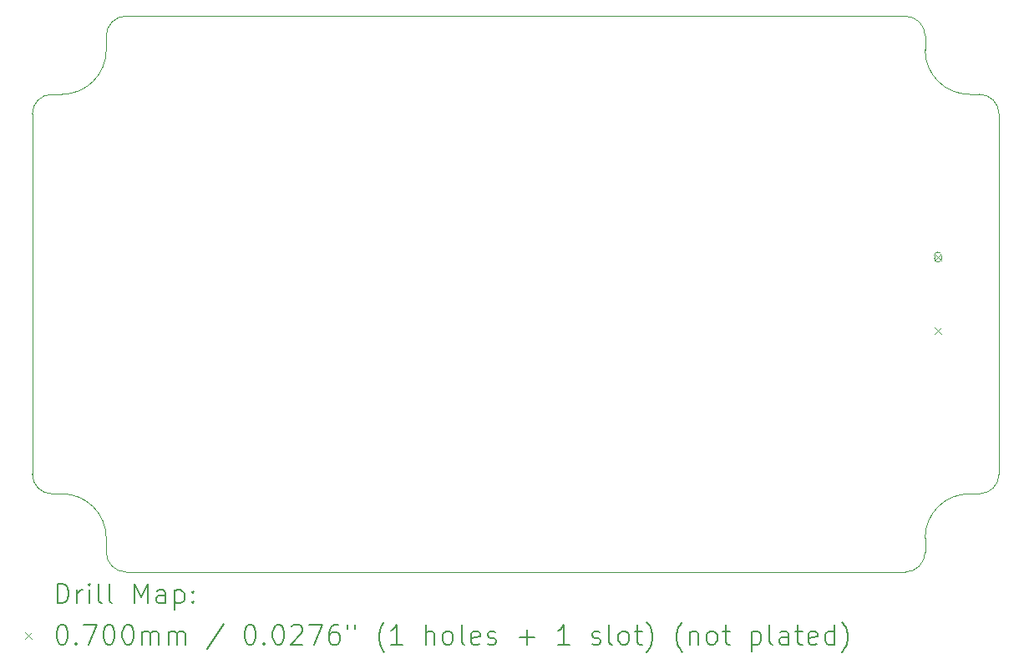
<source format=gbr>
%TF.GenerationSoftware,KiCad,Pcbnew,8.0.4*%
%TF.CreationDate,2024-11-11T15:06:16+01:00*%
%TF.ProjectId,100008_hw-vern-aqm,31303030-3038-45f6-9877-2d7665726e2d,1.1*%
%TF.SameCoordinates,Original*%
%TF.FileFunction,Drillmap*%
%TF.FilePolarity,Positive*%
%FSLAX45Y45*%
G04 Gerber Fmt 4.5, Leading zero omitted, Abs format (unit mm)*
G04 Created by KiCad (PCBNEW 8.0.4) date 2024-11-11 15:06:16*
%MOMM*%
%LPD*%
G01*
G04 APERTURE LIST*
%ADD10C,0.100000*%
%ADD11C,0.200000*%
G04 APERTURE END LIST*
D10*
X10300000Y-30792000D02*
X10200000Y-30792000D01*
X10300000Y-34842000D02*
X10200000Y-34842000D01*
X19500000Y-30792000D02*
G75*
G02*
X19050000Y-30342000I0J450000D01*
G01*
X19800000Y-34642000D02*
G75*
G02*
X19600000Y-34842000I-200000J0D01*
G01*
X10750000Y-30342000D02*
G75*
G02*
X10300000Y-30792000I-450000J0D01*
G01*
X10950000Y-35634000D02*
X18850000Y-35634000D01*
X10200000Y-34842000D02*
G75*
G02*
X10000000Y-34642000I0J200000D01*
G01*
X18850000Y-30000000D02*
G75*
G02*
X19050000Y-30200000I0J-200000D01*
G01*
X10750000Y-30342000D02*
X10750000Y-30200000D01*
X18850000Y-30000000D02*
X10950000Y-30000000D01*
X19500000Y-30792000D02*
X19600000Y-30792000D01*
X10750000Y-30200000D02*
G75*
G02*
X10950000Y-30000000I200000J0D01*
G01*
X10000000Y-30992000D02*
G75*
G02*
X10200000Y-30792000I200000J0D01*
G01*
X19500000Y-34842000D02*
X19600000Y-34842000D01*
X10950000Y-35634000D02*
G75*
G02*
X10750000Y-35434000I0J200000D01*
G01*
X19050000Y-35434000D02*
G75*
G02*
X18850000Y-35634000I-200000J0D01*
G01*
X10000000Y-30992000D02*
X10000000Y-34642000D01*
X10750000Y-35292000D02*
X10750000Y-35434000D01*
X19050000Y-35292000D02*
G75*
G02*
X19500000Y-34842000I450000J0D01*
G01*
X19050000Y-30342000D02*
X19050000Y-30200000D01*
X19600000Y-30792000D02*
G75*
G02*
X19800000Y-30992000I0J-200000D01*
G01*
X10300000Y-34842000D02*
G75*
G02*
X10750000Y-35292000I0J-450000D01*
G01*
X19800000Y-34642000D02*
X19800000Y-30992000D01*
X19050000Y-35292000D02*
X19050000Y-35434000D01*
D11*
D10*
X19145000Y-32407000D02*
X19215000Y-32477000D01*
X19215000Y-32407000D02*
X19145000Y-32477000D01*
X19215000Y-32457000D02*
X19215000Y-32427000D01*
X19145000Y-32427000D02*
G75*
G02*
X19215000Y-32427000I35000J0D01*
G01*
X19145000Y-32427000D02*
X19145000Y-32457000D01*
X19145000Y-32457000D02*
G75*
G03*
X19215000Y-32457000I35000J0D01*
G01*
X19145000Y-33157000D02*
X19215000Y-33227000D01*
X19215000Y-33157000D02*
X19145000Y-33227000D01*
D11*
X10255777Y-35950484D02*
X10255777Y-35750484D01*
X10255777Y-35750484D02*
X10303396Y-35750484D01*
X10303396Y-35750484D02*
X10331967Y-35760008D01*
X10331967Y-35760008D02*
X10351015Y-35779055D01*
X10351015Y-35779055D02*
X10360539Y-35798103D01*
X10360539Y-35798103D02*
X10370063Y-35836198D01*
X10370063Y-35836198D02*
X10370063Y-35864770D01*
X10370063Y-35864770D02*
X10360539Y-35902865D01*
X10360539Y-35902865D02*
X10351015Y-35921912D01*
X10351015Y-35921912D02*
X10331967Y-35940960D01*
X10331967Y-35940960D02*
X10303396Y-35950484D01*
X10303396Y-35950484D02*
X10255777Y-35950484D01*
X10455777Y-35950484D02*
X10455777Y-35817150D01*
X10455777Y-35855246D02*
X10465301Y-35836198D01*
X10465301Y-35836198D02*
X10474824Y-35826674D01*
X10474824Y-35826674D02*
X10493872Y-35817150D01*
X10493872Y-35817150D02*
X10512920Y-35817150D01*
X10579586Y-35950484D02*
X10579586Y-35817150D01*
X10579586Y-35750484D02*
X10570063Y-35760008D01*
X10570063Y-35760008D02*
X10579586Y-35769531D01*
X10579586Y-35769531D02*
X10589110Y-35760008D01*
X10589110Y-35760008D02*
X10579586Y-35750484D01*
X10579586Y-35750484D02*
X10579586Y-35769531D01*
X10703396Y-35950484D02*
X10684348Y-35940960D01*
X10684348Y-35940960D02*
X10674824Y-35921912D01*
X10674824Y-35921912D02*
X10674824Y-35750484D01*
X10808158Y-35950484D02*
X10789110Y-35940960D01*
X10789110Y-35940960D02*
X10779586Y-35921912D01*
X10779586Y-35921912D02*
X10779586Y-35750484D01*
X11036729Y-35950484D02*
X11036729Y-35750484D01*
X11036729Y-35750484D02*
X11103396Y-35893341D01*
X11103396Y-35893341D02*
X11170063Y-35750484D01*
X11170063Y-35750484D02*
X11170063Y-35950484D01*
X11351015Y-35950484D02*
X11351015Y-35845722D01*
X11351015Y-35845722D02*
X11341491Y-35826674D01*
X11341491Y-35826674D02*
X11322443Y-35817150D01*
X11322443Y-35817150D02*
X11284348Y-35817150D01*
X11284348Y-35817150D02*
X11265301Y-35826674D01*
X11351015Y-35940960D02*
X11331967Y-35950484D01*
X11331967Y-35950484D02*
X11284348Y-35950484D01*
X11284348Y-35950484D02*
X11265301Y-35940960D01*
X11265301Y-35940960D02*
X11255777Y-35921912D01*
X11255777Y-35921912D02*
X11255777Y-35902865D01*
X11255777Y-35902865D02*
X11265301Y-35883817D01*
X11265301Y-35883817D02*
X11284348Y-35874293D01*
X11284348Y-35874293D02*
X11331967Y-35874293D01*
X11331967Y-35874293D02*
X11351015Y-35864770D01*
X11446253Y-35817150D02*
X11446253Y-36017150D01*
X11446253Y-35826674D02*
X11465301Y-35817150D01*
X11465301Y-35817150D02*
X11503396Y-35817150D01*
X11503396Y-35817150D02*
X11522443Y-35826674D01*
X11522443Y-35826674D02*
X11531967Y-35836198D01*
X11531967Y-35836198D02*
X11541491Y-35855246D01*
X11541491Y-35855246D02*
X11541491Y-35912389D01*
X11541491Y-35912389D02*
X11531967Y-35931436D01*
X11531967Y-35931436D02*
X11522443Y-35940960D01*
X11522443Y-35940960D02*
X11503396Y-35950484D01*
X11503396Y-35950484D02*
X11465301Y-35950484D01*
X11465301Y-35950484D02*
X11446253Y-35940960D01*
X11627205Y-35931436D02*
X11636729Y-35940960D01*
X11636729Y-35940960D02*
X11627205Y-35950484D01*
X11627205Y-35950484D02*
X11617682Y-35940960D01*
X11617682Y-35940960D02*
X11627205Y-35931436D01*
X11627205Y-35931436D02*
X11627205Y-35950484D01*
X11627205Y-35826674D02*
X11636729Y-35836198D01*
X11636729Y-35836198D02*
X11627205Y-35845722D01*
X11627205Y-35845722D02*
X11617682Y-35836198D01*
X11617682Y-35836198D02*
X11627205Y-35826674D01*
X11627205Y-35826674D02*
X11627205Y-35845722D01*
D10*
X9925000Y-36244000D02*
X9995000Y-36314000D01*
X9995000Y-36244000D02*
X9925000Y-36314000D01*
D11*
X10293872Y-36170484D02*
X10312920Y-36170484D01*
X10312920Y-36170484D02*
X10331967Y-36180008D01*
X10331967Y-36180008D02*
X10341491Y-36189531D01*
X10341491Y-36189531D02*
X10351015Y-36208579D01*
X10351015Y-36208579D02*
X10360539Y-36246674D01*
X10360539Y-36246674D02*
X10360539Y-36294293D01*
X10360539Y-36294293D02*
X10351015Y-36332389D01*
X10351015Y-36332389D02*
X10341491Y-36351436D01*
X10341491Y-36351436D02*
X10331967Y-36360960D01*
X10331967Y-36360960D02*
X10312920Y-36370484D01*
X10312920Y-36370484D02*
X10293872Y-36370484D01*
X10293872Y-36370484D02*
X10274824Y-36360960D01*
X10274824Y-36360960D02*
X10265301Y-36351436D01*
X10265301Y-36351436D02*
X10255777Y-36332389D01*
X10255777Y-36332389D02*
X10246253Y-36294293D01*
X10246253Y-36294293D02*
X10246253Y-36246674D01*
X10246253Y-36246674D02*
X10255777Y-36208579D01*
X10255777Y-36208579D02*
X10265301Y-36189531D01*
X10265301Y-36189531D02*
X10274824Y-36180008D01*
X10274824Y-36180008D02*
X10293872Y-36170484D01*
X10446253Y-36351436D02*
X10455777Y-36360960D01*
X10455777Y-36360960D02*
X10446253Y-36370484D01*
X10446253Y-36370484D02*
X10436729Y-36360960D01*
X10436729Y-36360960D02*
X10446253Y-36351436D01*
X10446253Y-36351436D02*
X10446253Y-36370484D01*
X10522444Y-36170484D02*
X10655777Y-36170484D01*
X10655777Y-36170484D02*
X10570063Y-36370484D01*
X10770063Y-36170484D02*
X10789110Y-36170484D01*
X10789110Y-36170484D02*
X10808158Y-36180008D01*
X10808158Y-36180008D02*
X10817682Y-36189531D01*
X10817682Y-36189531D02*
X10827205Y-36208579D01*
X10827205Y-36208579D02*
X10836729Y-36246674D01*
X10836729Y-36246674D02*
X10836729Y-36294293D01*
X10836729Y-36294293D02*
X10827205Y-36332389D01*
X10827205Y-36332389D02*
X10817682Y-36351436D01*
X10817682Y-36351436D02*
X10808158Y-36360960D01*
X10808158Y-36360960D02*
X10789110Y-36370484D01*
X10789110Y-36370484D02*
X10770063Y-36370484D01*
X10770063Y-36370484D02*
X10751015Y-36360960D01*
X10751015Y-36360960D02*
X10741491Y-36351436D01*
X10741491Y-36351436D02*
X10731967Y-36332389D01*
X10731967Y-36332389D02*
X10722444Y-36294293D01*
X10722444Y-36294293D02*
X10722444Y-36246674D01*
X10722444Y-36246674D02*
X10731967Y-36208579D01*
X10731967Y-36208579D02*
X10741491Y-36189531D01*
X10741491Y-36189531D02*
X10751015Y-36180008D01*
X10751015Y-36180008D02*
X10770063Y-36170484D01*
X10960539Y-36170484D02*
X10979586Y-36170484D01*
X10979586Y-36170484D02*
X10998634Y-36180008D01*
X10998634Y-36180008D02*
X11008158Y-36189531D01*
X11008158Y-36189531D02*
X11017682Y-36208579D01*
X11017682Y-36208579D02*
X11027205Y-36246674D01*
X11027205Y-36246674D02*
X11027205Y-36294293D01*
X11027205Y-36294293D02*
X11017682Y-36332389D01*
X11017682Y-36332389D02*
X11008158Y-36351436D01*
X11008158Y-36351436D02*
X10998634Y-36360960D01*
X10998634Y-36360960D02*
X10979586Y-36370484D01*
X10979586Y-36370484D02*
X10960539Y-36370484D01*
X10960539Y-36370484D02*
X10941491Y-36360960D01*
X10941491Y-36360960D02*
X10931967Y-36351436D01*
X10931967Y-36351436D02*
X10922444Y-36332389D01*
X10922444Y-36332389D02*
X10912920Y-36294293D01*
X10912920Y-36294293D02*
X10912920Y-36246674D01*
X10912920Y-36246674D02*
X10922444Y-36208579D01*
X10922444Y-36208579D02*
X10931967Y-36189531D01*
X10931967Y-36189531D02*
X10941491Y-36180008D01*
X10941491Y-36180008D02*
X10960539Y-36170484D01*
X11112920Y-36370484D02*
X11112920Y-36237150D01*
X11112920Y-36256198D02*
X11122444Y-36246674D01*
X11122444Y-36246674D02*
X11141491Y-36237150D01*
X11141491Y-36237150D02*
X11170063Y-36237150D01*
X11170063Y-36237150D02*
X11189110Y-36246674D01*
X11189110Y-36246674D02*
X11198634Y-36265722D01*
X11198634Y-36265722D02*
X11198634Y-36370484D01*
X11198634Y-36265722D02*
X11208158Y-36246674D01*
X11208158Y-36246674D02*
X11227205Y-36237150D01*
X11227205Y-36237150D02*
X11255777Y-36237150D01*
X11255777Y-36237150D02*
X11274824Y-36246674D01*
X11274824Y-36246674D02*
X11284348Y-36265722D01*
X11284348Y-36265722D02*
X11284348Y-36370484D01*
X11379586Y-36370484D02*
X11379586Y-36237150D01*
X11379586Y-36256198D02*
X11389110Y-36246674D01*
X11389110Y-36246674D02*
X11408158Y-36237150D01*
X11408158Y-36237150D02*
X11436729Y-36237150D01*
X11436729Y-36237150D02*
X11455777Y-36246674D01*
X11455777Y-36246674D02*
X11465301Y-36265722D01*
X11465301Y-36265722D02*
X11465301Y-36370484D01*
X11465301Y-36265722D02*
X11474824Y-36246674D01*
X11474824Y-36246674D02*
X11493872Y-36237150D01*
X11493872Y-36237150D02*
X11522443Y-36237150D01*
X11522443Y-36237150D02*
X11541491Y-36246674D01*
X11541491Y-36246674D02*
X11551015Y-36265722D01*
X11551015Y-36265722D02*
X11551015Y-36370484D01*
X11941491Y-36160960D02*
X11770063Y-36418103D01*
X12198634Y-36170484D02*
X12217682Y-36170484D01*
X12217682Y-36170484D02*
X12236729Y-36180008D01*
X12236729Y-36180008D02*
X12246253Y-36189531D01*
X12246253Y-36189531D02*
X12255777Y-36208579D01*
X12255777Y-36208579D02*
X12265301Y-36246674D01*
X12265301Y-36246674D02*
X12265301Y-36294293D01*
X12265301Y-36294293D02*
X12255777Y-36332389D01*
X12255777Y-36332389D02*
X12246253Y-36351436D01*
X12246253Y-36351436D02*
X12236729Y-36360960D01*
X12236729Y-36360960D02*
X12217682Y-36370484D01*
X12217682Y-36370484D02*
X12198634Y-36370484D01*
X12198634Y-36370484D02*
X12179586Y-36360960D01*
X12179586Y-36360960D02*
X12170063Y-36351436D01*
X12170063Y-36351436D02*
X12160539Y-36332389D01*
X12160539Y-36332389D02*
X12151015Y-36294293D01*
X12151015Y-36294293D02*
X12151015Y-36246674D01*
X12151015Y-36246674D02*
X12160539Y-36208579D01*
X12160539Y-36208579D02*
X12170063Y-36189531D01*
X12170063Y-36189531D02*
X12179586Y-36180008D01*
X12179586Y-36180008D02*
X12198634Y-36170484D01*
X12351015Y-36351436D02*
X12360539Y-36360960D01*
X12360539Y-36360960D02*
X12351015Y-36370484D01*
X12351015Y-36370484D02*
X12341491Y-36360960D01*
X12341491Y-36360960D02*
X12351015Y-36351436D01*
X12351015Y-36351436D02*
X12351015Y-36370484D01*
X12484348Y-36170484D02*
X12503396Y-36170484D01*
X12503396Y-36170484D02*
X12522444Y-36180008D01*
X12522444Y-36180008D02*
X12531967Y-36189531D01*
X12531967Y-36189531D02*
X12541491Y-36208579D01*
X12541491Y-36208579D02*
X12551015Y-36246674D01*
X12551015Y-36246674D02*
X12551015Y-36294293D01*
X12551015Y-36294293D02*
X12541491Y-36332389D01*
X12541491Y-36332389D02*
X12531967Y-36351436D01*
X12531967Y-36351436D02*
X12522444Y-36360960D01*
X12522444Y-36360960D02*
X12503396Y-36370484D01*
X12503396Y-36370484D02*
X12484348Y-36370484D01*
X12484348Y-36370484D02*
X12465301Y-36360960D01*
X12465301Y-36360960D02*
X12455777Y-36351436D01*
X12455777Y-36351436D02*
X12446253Y-36332389D01*
X12446253Y-36332389D02*
X12436729Y-36294293D01*
X12436729Y-36294293D02*
X12436729Y-36246674D01*
X12436729Y-36246674D02*
X12446253Y-36208579D01*
X12446253Y-36208579D02*
X12455777Y-36189531D01*
X12455777Y-36189531D02*
X12465301Y-36180008D01*
X12465301Y-36180008D02*
X12484348Y-36170484D01*
X12627206Y-36189531D02*
X12636729Y-36180008D01*
X12636729Y-36180008D02*
X12655777Y-36170484D01*
X12655777Y-36170484D02*
X12703396Y-36170484D01*
X12703396Y-36170484D02*
X12722444Y-36180008D01*
X12722444Y-36180008D02*
X12731967Y-36189531D01*
X12731967Y-36189531D02*
X12741491Y-36208579D01*
X12741491Y-36208579D02*
X12741491Y-36227627D01*
X12741491Y-36227627D02*
X12731967Y-36256198D01*
X12731967Y-36256198D02*
X12617682Y-36370484D01*
X12617682Y-36370484D02*
X12741491Y-36370484D01*
X12808158Y-36170484D02*
X12941491Y-36170484D01*
X12941491Y-36170484D02*
X12855777Y-36370484D01*
X13103396Y-36170484D02*
X13065301Y-36170484D01*
X13065301Y-36170484D02*
X13046253Y-36180008D01*
X13046253Y-36180008D02*
X13036729Y-36189531D01*
X13036729Y-36189531D02*
X13017682Y-36218103D01*
X13017682Y-36218103D02*
X13008158Y-36256198D01*
X13008158Y-36256198D02*
X13008158Y-36332389D01*
X13008158Y-36332389D02*
X13017682Y-36351436D01*
X13017682Y-36351436D02*
X13027206Y-36360960D01*
X13027206Y-36360960D02*
X13046253Y-36370484D01*
X13046253Y-36370484D02*
X13084348Y-36370484D01*
X13084348Y-36370484D02*
X13103396Y-36360960D01*
X13103396Y-36360960D02*
X13112920Y-36351436D01*
X13112920Y-36351436D02*
X13122444Y-36332389D01*
X13122444Y-36332389D02*
X13122444Y-36284770D01*
X13122444Y-36284770D02*
X13112920Y-36265722D01*
X13112920Y-36265722D02*
X13103396Y-36256198D01*
X13103396Y-36256198D02*
X13084348Y-36246674D01*
X13084348Y-36246674D02*
X13046253Y-36246674D01*
X13046253Y-36246674D02*
X13027206Y-36256198D01*
X13027206Y-36256198D02*
X13017682Y-36265722D01*
X13017682Y-36265722D02*
X13008158Y-36284770D01*
X13198634Y-36170484D02*
X13198634Y-36208579D01*
X13274825Y-36170484D02*
X13274825Y-36208579D01*
X13570063Y-36446674D02*
X13560539Y-36437150D01*
X13560539Y-36437150D02*
X13541491Y-36408579D01*
X13541491Y-36408579D02*
X13531968Y-36389531D01*
X13531968Y-36389531D02*
X13522444Y-36360960D01*
X13522444Y-36360960D02*
X13512920Y-36313341D01*
X13512920Y-36313341D02*
X13512920Y-36275246D01*
X13512920Y-36275246D02*
X13522444Y-36227627D01*
X13522444Y-36227627D02*
X13531968Y-36199055D01*
X13531968Y-36199055D02*
X13541491Y-36180008D01*
X13541491Y-36180008D02*
X13560539Y-36151436D01*
X13560539Y-36151436D02*
X13570063Y-36141912D01*
X13751015Y-36370484D02*
X13636729Y-36370484D01*
X13693872Y-36370484D02*
X13693872Y-36170484D01*
X13693872Y-36170484D02*
X13674825Y-36199055D01*
X13674825Y-36199055D02*
X13655777Y-36218103D01*
X13655777Y-36218103D02*
X13636729Y-36227627D01*
X13989110Y-36370484D02*
X13989110Y-36170484D01*
X14074825Y-36370484D02*
X14074825Y-36265722D01*
X14074825Y-36265722D02*
X14065301Y-36246674D01*
X14065301Y-36246674D02*
X14046253Y-36237150D01*
X14046253Y-36237150D02*
X14017682Y-36237150D01*
X14017682Y-36237150D02*
X13998634Y-36246674D01*
X13998634Y-36246674D02*
X13989110Y-36256198D01*
X14198634Y-36370484D02*
X14179587Y-36360960D01*
X14179587Y-36360960D02*
X14170063Y-36351436D01*
X14170063Y-36351436D02*
X14160539Y-36332389D01*
X14160539Y-36332389D02*
X14160539Y-36275246D01*
X14160539Y-36275246D02*
X14170063Y-36256198D01*
X14170063Y-36256198D02*
X14179587Y-36246674D01*
X14179587Y-36246674D02*
X14198634Y-36237150D01*
X14198634Y-36237150D02*
X14227206Y-36237150D01*
X14227206Y-36237150D02*
X14246253Y-36246674D01*
X14246253Y-36246674D02*
X14255777Y-36256198D01*
X14255777Y-36256198D02*
X14265301Y-36275246D01*
X14265301Y-36275246D02*
X14265301Y-36332389D01*
X14265301Y-36332389D02*
X14255777Y-36351436D01*
X14255777Y-36351436D02*
X14246253Y-36360960D01*
X14246253Y-36360960D02*
X14227206Y-36370484D01*
X14227206Y-36370484D02*
X14198634Y-36370484D01*
X14379587Y-36370484D02*
X14360539Y-36360960D01*
X14360539Y-36360960D02*
X14351015Y-36341912D01*
X14351015Y-36341912D02*
X14351015Y-36170484D01*
X14531968Y-36360960D02*
X14512920Y-36370484D01*
X14512920Y-36370484D02*
X14474825Y-36370484D01*
X14474825Y-36370484D02*
X14455777Y-36360960D01*
X14455777Y-36360960D02*
X14446253Y-36341912D01*
X14446253Y-36341912D02*
X14446253Y-36265722D01*
X14446253Y-36265722D02*
X14455777Y-36246674D01*
X14455777Y-36246674D02*
X14474825Y-36237150D01*
X14474825Y-36237150D02*
X14512920Y-36237150D01*
X14512920Y-36237150D02*
X14531968Y-36246674D01*
X14531968Y-36246674D02*
X14541491Y-36265722D01*
X14541491Y-36265722D02*
X14541491Y-36284770D01*
X14541491Y-36284770D02*
X14446253Y-36303817D01*
X14617682Y-36360960D02*
X14636730Y-36370484D01*
X14636730Y-36370484D02*
X14674825Y-36370484D01*
X14674825Y-36370484D02*
X14693872Y-36360960D01*
X14693872Y-36360960D02*
X14703396Y-36341912D01*
X14703396Y-36341912D02*
X14703396Y-36332389D01*
X14703396Y-36332389D02*
X14693872Y-36313341D01*
X14693872Y-36313341D02*
X14674825Y-36303817D01*
X14674825Y-36303817D02*
X14646253Y-36303817D01*
X14646253Y-36303817D02*
X14627206Y-36294293D01*
X14627206Y-36294293D02*
X14617682Y-36275246D01*
X14617682Y-36275246D02*
X14617682Y-36265722D01*
X14617682Y-36265722D02*
X14627206Y-36246674D01*
X14627206Y-36246674D02*
X14646253Y-36237150D01*
X14646253Y-36237150D02*
X14674825Y-36237150D01*
X14674825Y-36237150D02*
X14693872Y-36246674D01*
X14941492Y-36294293D02*
X15093873Y-36294293D01*
X15017682Y-36370484D02*
X15017682Y-36218103D01*
X15446253Y-36370484D02*
X15331968Y-36370484D01*
X15389111Y-36370484D02*
X15389111Y-36170484D01*
X15389111Y-36170484D02*
X15370063Y-36199055D01*
X15370063Y-36199055D02*
X15351015Y-36218103D01*
X15351015Y-36218103D02*
X15331968Y-36227627D01*
X15674825Y-36360960D02*
X15693873Y-36370484D01*
X15693873Y-36370484D02*
X15731968Y-36370484D01*
X15731968Y-36370484D02*
X15751015Y-36360960D01*
X15751015Y-36360960D02*
X15760539Y-36341912D01*
X15760539Y-36341912D02*
X15760539Y-36332389D01*
X15760539Y-36332389D02*
X15751015Y-36313341D01*
X15751015Y-36313341D02*
X15731968Y-36303817D01*
X15731968Y-36303817D02*
X15703396Y-36303817D01*
X15703396Y-36303817D02*
X15684349Y-36294293D01*
X15684349Y-36294293D02*
X15674825Y-36275246D01*
X15674825Y-36275246D02*
X15674825Y-36265722D01*
X15674825Y-36265722D02*
X15684349Y-36246674D01*
X15684349Y-36246674D02*
X15703396Y-36237150D01*
X15703396Y-36237150D02*
X15731968Y-36237150D01*
X15731968Y-36237150D02*
X15751015Y-36246674D01*
X15874825Y-36370484D02*
X15855777Y-36360960D01*
X15855777Y-36360960D02*
X15846254Y-36341912D01*
X15846254Y-36341912D02*
X15846254Y-36170484D01*
X15979587Y-36370484D02*
X15960539Y-36360960D01*
X15960539Y-36360960D02*
X15951015Y-36351436D01*
X15951015Y-36351436D02*
X15941492Y-36332389D01*
X15941492Y-36332389D02*
X15941492Y-36275246D01*
X15941492Y-36275246D02*
X15951015Y-36256198D01*
X15951015Y-36256198D02*
X15960539Y-36246674D01*
X15960539Y-36246674D02*
X15979587Y-36237150D01*
X15979587Y-36237150D02*
X16008158Y-36237150D01*
X16008158Y-36237150D02*
X16027206Y-36246674D01*
X16027206Y-36246674D02*
X16036730Y-36256198D01*
X16036730Y-36256198D02*
X16046254Y-36275246D01*
X16046254Y-36275246D02*
X16046254Y-36332389D01*
X16046254Y-36332389D02*
X16036730Y-36351436D01*
X16036730Y-36351436D02*
X16027206Y-36360960D01*
X16027206Y-36360960D02*
X16008158Y-36370484D01*
X16008158Y-36370484D02*
X15979587Y-36370484D01*
X16103396Y-36237150D02*
X16179587Y-36237150D01*
X16131968Y-36170484D02*
X16131968Y-36341912D01*
X16131968Y-36341912D02*
X16141492Y-36360960D01*
X16141492Y-36360960D02*
X16160539Y-36370484D01*
X16160539Y-36370484D02*
X16179587Y-36370484D01*
X16227206Y-36446674D02*
X16236730Y-36437150D01*
X16236730Y-36437150D02*
X16255777Y-36408579D01*
X16255777Y-36408579D02*
X16265301Y-36389531D01*
X16265301Y-36389531D02*
X16274825Y-36360960D01*
X16274825Y-36360960D02*
X16284349Y-36313341D01*
X16284349Y-36313341D02*
X16284349Y-36275246D01*
X16284349Y-36275246D02*
X16274825Y-36227627D01*
X16274825Y-36227627D02*
X16265301Y-36199055D01*
X16265301Y-36199055D02*
X16255777Y-36180008D01*
X16255777Y-36180008D02*
X16236730Y-36151436D01*
X16236730Y-36151436D02*
X16227206Y-36141912D01*
X16589111Y-36446674D02*
X16579587Y-36437150D01*
X16579587Y-36437150D02*
X16560539Y-36408579D01*
X16560539Y-36408579D02*
X16551015Y-36389531D01*
X16551015Y-36389531D02*
X16541492Y-36360960D01*
X16541492Y-36360960D02*
X16531968Y-36313341D01*
X16531968Y-36313341D02*
X16531968Y-36275246D01*
X16531968Y-36275246D02*
X16541492Y-36227627D01*
X16541492Y-36227627D02*
X16551015Y-36199055D01*
X16551015Y-36199055D02*
X16560539Y-36180008D01*
X16560539Y-36180008D02*
X16579587Y-36151436D01*
X16579587Y-36151436D02*
X16589111Y-36141912D01*
X16665301Y-36237150D02*
X16665301Y-36370484D01*
X16665301Y-36256198D02*
X16674825Y-36246674D01*
X16674825Y-36246674D02*
X16693873Y-36237150D01*
X16693873Y-36237150D02*
X16722444Y-36237150D01*
X16722444Y-36237150D02*
X16741492Y-36246674D01*
X16741492Y-36246674D02*
X16751015Y-36265722D01*
X16751015Y-36265722D02*
X16751015Y-36370484D01*
X16874825Y-36370484D02*
X16855777Y-36360960D01*
X16855777Y-36360960D02*
X16846254Y-36351436D01*
X16846254Y-36351436D02*
X16836730Y-36332389D01*
X16836730Y-36332389D02*
X16836730Y-36275246D01*
X16836730Y-36275246D02*
X16846254Y-36256198D01*
X16846254Y-36256198D02*
X16855777Y-36246674D01*
X16855777Y-36246674D02*
X16874825Y-36237150D01*
X16874825Y-36237150D02*
X16903397Y-36237150D01*
X16903397Y-36237150D02*
X16922444Y-36246674D01*
X16922444Y-36246674D02*
X16931968Y-36256198D01*
X16931968Y-36256198D02*
X16941492Y-36275246D01*
X16941492Y-36275246D02*
X16941492Y-36332389D01*
X16941492Y-36332389D02*
X16931968Y-36351436D01*
X16931968Y-36351436D02*
X16922444Y-36360960D01*
X16922444Y-36360960D02*
X16903397Y-36370484D01*
X16903397Y-36370484D02*
X16874825Y-36370484D01*
X16998635Y-36237150D02*
X17074825Y-36237150D01*
X17027206Y-36170484D02*
X17027206Y-36341912D01*
X17027206Y-36341912D02*
X17036730Y-36360960D01*
X17036730Y-36360960D02*
X17055777Y-36370484D01*
X17055777Y-36370484D02*
X17074825Y-36370484D01*
X17293873Y-36237150D02*
X17293873Y-36437150D01*
X17293873Y-36246674D02*
X17312920Y-36237150D01*
X17312920Y-36237150D02*
X17351016Y-36237150D01*
X17351016Y-36237150D02*
X17370063Y-36246674D01*
X17370063Y-36246674D02*
X17379587Y-36256198D01*
X17379587Y-36256198D02*
X17389111Y-36275246D01*
X17389111Y-36275246D02*
X17389111Y-36332389D01*
X17389111Y-36332389D02*
X17379587Y-36351436D01*
X17379587Y-36351436D02*
X17370063Y-36360960D01*
X17370063Y-36360960D02*
X17351016Y-36370484D01*
X17351016Y-36370484D02*
X17312920Y-36370484D01*
X17312920Y-36370484D02*
X17293873Y-36360960D01*
X17503397Y-36370484D02*
X17484349Y-36360960D01*
X17484349Y-36360960D02*
X17474825Y-36341912D01*
X17474825Y-36341912D02*
X17474825Y-36170484D01*
X17665301Y-36370484D02*
X17665301Y-36265722D01*
X17665301Y-36265722D02*
X17655778Y-36246674D01*
X17655778Y-36246674D02*
X17636730Y-36237150D01*
X17636730Y-36237150D02*
X17598635Y-36237150D01*
X17598635Y-36237150D02*
X17579587Y-36246674D01*
X17665301Y-36360960D02*
X17646254Y-36370484D01*
X17646254Y-36370484D02*
X17598635Y-36370484D01*
X17598635Y-36370484D02*
X17579587Y-36360960D01*
X17579587Y-36360960D02*
X17570063Y-36341912D01*
X17570063Y-36341912D02*
X17570063Y-36322865D01*
X17570063Y-36322865D02*
X17579587Y-36303817D01*
X17579587Y-36303817D02*
X17598635Y-36294293D01*
X17598635Y-36294293D02*
X17646254Y-36294293D01*
X17646254Y-36294293D02*
X17665301Y-36284770D01*
X17731968Y-36237150D02*
X17808158Y-36237150D01*
X17760539Y-36170484D02*
X17760539Y-36341912D01*
X17760539Y-36341912D02*
X17770063Y-36360960D01*
X17770063Y-36360960D02*
X17789111Y-36370484D01*
X17789111Y-36370484D02*
X17808158Y-36370484D01*
X17951016Y-36360960D02*
X17931968Y-36370484D01*
X17931968Y-36370484D02*
X17893873Y-36370484D01*
X17893873Y-36370484D02*
X17874825Y-36360960D01*
X17874825Y-36360960D02*
X17865301Y-36341912D01*
X17865301Y-36341912D02*
X17865301Y-36265722D01*
X17865301Y-36265722D02*
X17874825Y-36246674D01*
X17874825Y-36246674D02*
X17893873Y-36237150D01*
X17893873Y-36237150D02*
X17931968Y-36237150D01*
X17931968Y-36237150D02*
X17951016Y-36246674D01*
X17951016Y-36246674D02*
X17960539Y-36265722D01*
X17960539Y-36265722D02*
X17960539Y-36284770D01*
X17960539Y-36284770D02*
X17865301Y-36303817D01*
X18131968Y-36370484D02*
X18131968Y-36170484D01*
X18131968Y-36360960D02*
X18112920Y-36370484D01*
X18112920Y-36370484D02*
X18074825Y-36370484D01*
X18074825Y-36370484D02*
X18055778Y-36360960D01*
X18055778Y-36360960D02*
X18046254Y-36351436D01*
X18046254Y-36351436D02*
X18036730Y-36332389D01*
X18036730Y-36332389D02*
X18036730Y-36275246D01*
X18036730Y-36275246D02*
X18046254Y-36256198D01*
X18046254Y-36256198D02*
X18055778Y-36246674D01*
X18055778Y-36246674D02*
X18074825Y-36237150D01*
X18074825Y-36237150D02*
X18112920Y-36237150D01*
X18112920Y-36237150D02*
X18131968Y-36246674D01*
X18208159Y-36446674D02*
X18217682Y-36437150D01*
X18217682Y-36437150D02*
X18236730Y-36408579D01*
X18236730Y-36408579D02*
X18246254Y-36389531D01*
X18246254Y-36389531D02*
X18255778Y-36360960D01*
X18255778Y-36360960D02*
X18265301Y-36313341D01*
X18265301Y-36313341D02*
X18265301Y-36275246D01*
X18265301Y-36275246D02*
X18255778Y-36227627D01*
X18255778Y-36227627D02*
X18246254Y-36199055D01*
X18246254Y-36199055D02*
X18236730Y-36180008D01*
X18236730Y-36180008D02*
X18217682Y-36151436D01*
X18217682Y-36151436D02*
X18208159Y-36141912D01*
M02*

</source>
